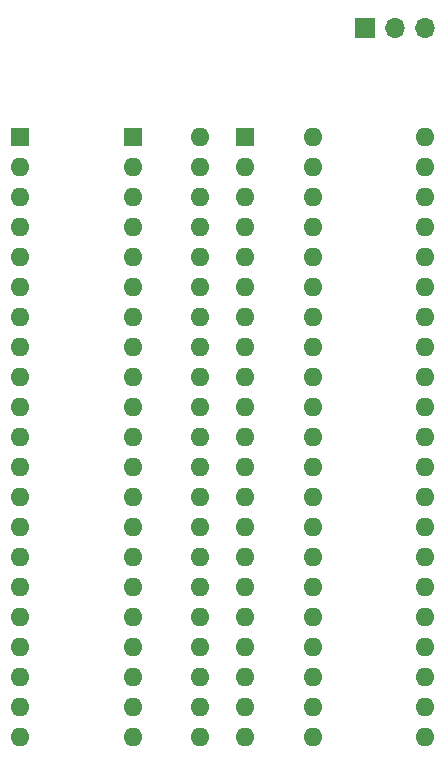
<source format=gbr>
%TF.GenerationSoftware,KiCad,Pcbnew,(5.1.10)-1*%
%TF.CreationDate,2022-03-17T12:17:49-05:00*%
%TF.ProjectId,gummyswitch,67756d6d-7973-4776-9974-63682e6b6963,rev?*%
%TF.SameCoordinates,Original*%
%TF.FileFunction,Soldermask,Bot*%
%TF.FilePolarity,Negative*%
%FSLAX46Y46*%
G04 Gerber Fmt 4.6, Leading zero omitted, Abs format (unit mm)*
G04 Created by KiCad (PCBNEW (5.1.10)-1) date 2022-03-17 12:17:49*
%MOMM*%
%LPD*%
G01*
G04 APERTURE LIST*
%ADD10R,1.600000X1.600000*%
%ADD11O,1.600000X1.600000*%
%ADD12O,1.700000X1.700000*%
%ADD13R,1.700000X1.700000*%
G04 APERTURE END LIST*
D10*
%TO.C,U2*%
X109220000Y-40970000D03*
D11*
X124460000Y-91770000D03*
X109220000Y-43510000D03*
X124460000Y-89230000D03*
X109220000Y-46050000D03*
X124460000Y-86690000D03*
X109220000Y-48590000D03*
X124460000Y-84150000D03*
X109220000Y-51130000D03*
X124460000Y-81610000D03*
X109220000Y-53670000D03*
X124460000Y-79070000D03*
X109220000Y-56210000D03*
X124460000Y-76530000D03*
X109220000Y-58750000D03*
X124460000Y-73990000D03*
X109220000Y-61290000D03*
X124460000Y-71450000D03*
X109220000Y-63830000D03*
X124460000Y-68910000D03*
X109220000Y-66370000D03*
X124460000Y-66370000D03*
X109220000Y-68910000D03*
X124460000Y-63830000D03*
X109220000Y-71450000D03*
X124460000Y-61290000D03*
X109220000Y-73990000D03*
X124460000Y-58750000D03*
X109220000Y-76530000D03*
X124460000Y-56210000D03*
X109220000Y-79070000D03*
X124460000Y-53670000D03*
X109220000Y-81610000D03*
X124460000Y-51130000D03*
X109220000Y-84150000D03*
X124460000Y-48590000D03*
X109220000Y-86690000D03*
X124460000Y-46050000D03*
X109220000Y-89230000D03*
X124460000Y-43510000D03*
X109220000Y-91770000D03*
X124460000Y-40970000D03*
%TD*%
D12*
%TO.C,SW1*%
X133985000Y-31750000D03*
X131445000Y-31750000D03*
D13*
X128905000Y-31750000D03*
%TD*%
D11*
%TO.C,U4*%
X134000000Y-40970000D03*
X118760000Y-91770000D03*
X134000000Y-43510000D03*
X118760000Y-89230000D03*
X134000000Y-46050000D03*
X118760000Y-86690000D03*
X134000000Y-48590000D03*
X118760000Y-84150000D03*
X134000000Y-51130000D03*
X118760000Y-81610000D03*
X134000000Y-53670000D03*
X118760000Y-79070000D03*
X134000000Y-56210000D03*
X118760000Y-76530000D03*
X134000000Y-58750000D03*
X118760000Y-73990000D03*
X134000000Y-61290000D03*
X118760000Y-71450000D03*
X134000000Y-63830000D03*
X118760000Y-68910000D03*
X134000000Y-66370000D03*
X118760000Y-66370000D03*
X134000000Y-68910000D03*
X118760000Y-63830000D03*
X134000000Y-71450000D03*
X118760000Y-61290000D03*
X134000000Y-73990000D03*
X118760000Y-58750000D03*
X134000000Y-76530000D03*
X118760000Y-56210000D03*
X134000000Y-79070000D03*
X118760000Y-53670000D03*
X134000000Y-81610000D03*
X118760000Y-51130000D03*
X134000000Y-84150000D03*
X118760000Y-48590000D03*
X134000000Y-86690000D03*
X118760000Y-46050000D03*
X134000000Y-89230000D03*
X118760000Y-43510000D03*
X134000000Y-91770000D03*
D10*
X118760000Y-40970000D03*
%TD*%
D11*
%TO.C,U3*%
X114935000Y-40970000D03*
X99695000Y-91770000D03*
X114935000Y-43510000D03*
X99695000Y-89230000D03*
X114935000Y-46050000D03*
X99695000Y-86690000D03*
X114935000Y-48590000D03*
X99695000Y-84150000D03*
X114935000Y-51130000D03*
X99695000Y-81610000D03*
X114935000Y-53670000D03*
X99695000Y-79070000D03*
X114935000Y-56210000D03*
X99695000Y-76530000D03*
X114935000Y-58750000D03*
X99695000Y-73990000D03*
X114935000Y-61290000D03*
X99695000Y-71450000D03*
X114935000Y-63830000D03*
X99695000Y-68910000D03*
X114935000Y-66370000D03*
X99695000Y-66370000D03*
X114935000Y-68910000D03*
X99695000Y-63830000D03*
X114935000Y-71450000D03*
X99695000Y-61290000D03*
X114935000Y-73990000D03*
X99695000Y-58750000D03*
X114935000Y-76530000D03*
X99695000Y-56210000D03*
X114935000Y-79070000D03*
X99695000Y-53670000D03*
X114935000Y-81610000D03*
X99695000Y-51130000D03*
X114935000Y-84150000D03*
X99695000Y-48590000D03*
X114935000Y-86690000D03*
X99695000Y-46050000D03*
X114935000Y-89230000D03*
X99695000Y-43510000D03*
X114935000Y-91770000D03*
D10*
X99695000Y-40970000D03*
%TD*%
M02*

</source>
